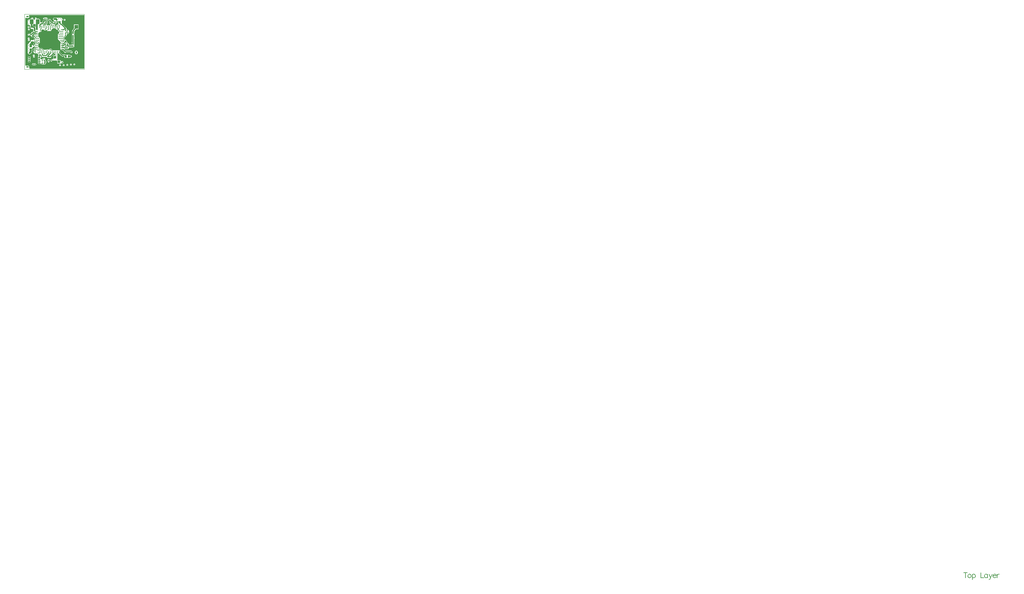
<source format=gtl>
G04*
G04 #@! TF.GenerationSoftware,Altium Limited,Altium Designer,22.4.2 (48)*
G04*
G04 Layer_Physical_Order=1*
G04 Layer_Color=255*
%FSLAX24Y24*%
%MOIN*%
G70*
G04*
G04 #@! TF.SameCoordinates,09D1A8E4-E44A-436B-8A94-970E0EB30887*
G04*
G04*
G04 #@! TF.FilePolarity,Positive*
G04*
G01*
G75*
%ADD14C,0.0059*%
%ADD15C,0.0039*%
G04:AMPARAMS|DCode=20|XSize=10.8mil|YSize=11.8mil|CornerRadius=2.7mil|HoleSize=0mil|Usage=FLASHONLY|Rotation=270.000|XOffset=0mil|YOffset=0mil|HoleType=Round|Shape=RoundedRectangle|*
%AMROUNDEDRECTD20*
21,1,0.0108,0.0064,0,0,270.0*
21,1,0.0054,0.0118,0,0,270.0*
1,1,0.0054,-0.0032,-0.0027*
1,1,0.0054,-0.0032,0.0027*
1,1,0.0054,0.0032,0.0027*
1,1,0.0054,0.0032,-0.0027*
%
%ADD20ROUNDEDRECTD20*%
G04:AMPARAMS|DCode=21|XSize=10.8mil|YSize=11.8mil|CornerRadius=2.7mil|HoleSize=0mil|Usage=FLASHONLY|Rotation=180.000|XOffset=0mil|YOffset=0mil|HoleType=Round|Shape=RoundedRectangle|*
%AMROUNDEDRECTD21*
21,1,0.0108,0.0064,0,0,180.0*
21,1,0.0054,0.0118,0,0,180.0*
1,1,0.0054,-0.0027,0.0032*
1,1,0.0054,0.0027,0.0032*
1,1,0.0054,0.0027,-0.0032*
1,1,0.0054,-0.0027,-0.0032*
%
%ADD21ROUNDEDRECTD21*%
G04:AMPARAMS|DCode=22|XSize=21.7mil|YSize=23.6mil|CornerRadius=5.4mil|HoleSize=0mil|Usage=FLASHONLY|Rotation=180.000|XOffset=0mil|YOffset=0mil|HoleType=Round|Shape=RoundedRectangle|*
%AMROUNDEDRECTD22*
21,1,0.0217,0.0128,0,0,180.0*
21,1,0.0108,0.0236,0,0,180.0*
1,1,0.0108,-0.0054,0.0064*
1,1,0.0108,0.0054,0.0064*
1,1,0.0108,0.0054,-0.0064*
1,1,0.0108,-0.0054,-0.0064*
%
%ADD22ROUNDEDRECTD22*%
G04:AMPARAMS|DCode=23|XSize=21.7mil|YSize=23.6mil|CornerRadius=5.4mil|HoleSize=0mil|Usage=FLASHONLY|Rotation=270.000|XOffset=0mil|YOffset=0mil|HoleType=Round|Shape=RoundedRectangle|*
%AMROUNDEDRECTD23*
21,1,0.0217,0.0128,0,0,270.0*
21,1,0.0108,0.0236,0,0,270.0*
1,1,0.0108,-0.0064,-0.0054*
1,1,0.0108,-0.0064,0.0054*
1,1,0.0108,0.0064,0.0054*
1,1,0.0108,0.0064,-0.0054*
%
%ADD23ROUNDEDRECTD23*%
%ADD24R,0.0413X0.0866*%
%ADD25R,0.0394X0.0413*%
G04:AMPARAMS|DCode=26|XSize=55.1mil|YSize=43.3mil|CornerRadius=10.8mil|HoleSize=0mil|Usage=FLASHONLY|Rotation=270.000|XOffset=0mil|YOffset=0mil|HoleType=Round|Shape=RoundedRectangle|*
%AMROUNDEDRECTD26*
21,1,0.0551,0.0217,0,0,270.0*
21,1,0.0335,0.0433,0,0,270.0*
1,1,0.0217,-0.0108,-0.0167*
1,1,0.0217,-0.0108,0.0167*
1,1,0.0217,0.0108,0.0167*
1,1,0.0217,0.0108,-0.0167*
%
%ADD26ROUNDEDRECTD26*%
%ADD29R,0.0295X0.0295*%
%ADD43C,0.0119*%
%ADD44C,0.0119*%
%ADD45R,0.1772X0.1772*%
%ADD46O,0.0098X0.0276*%
%ADD47O,0.0276X0.0098*%
%ADD48R,0.0197X0.0118*%
%ADD49R,0.0512X0.0591*%
%ADD50C,0.0160*%
%ADD51C,0.0100*%
%ADD52C,0.0060*%
%ADD53C,0.0040*%
%ADD54C,0.0120*%
%ADD55C,0.0200*%
%ADD56C,0.0140*%
%ADD57O,0.0276X0.0118*%
%ADD58O,0.0118X0.0276*%
%ADD59C,0.0120*%
%ADD60C,0.0140*%
%ADD61C,0.0160*%
G36*
X6584Y5042D02*
X6584Y4700D01*
X6584Y140D01*
X6539Y80D01*
X564Y80D01*
X564Y80D01*
X564Y80D01*
X516Y128D01*
X516Y205D01*
X516Y256D01*
X516Y256D01*
X516Y266D01*
X516Y266D01*
X516Y266D01*
X509Y288D01*
X504Y314D01*
X501Y319D01*
X472Y363D01*
X423Y396D01*
X365Y407D01*
X157Y407D01*
X80Y484D01*
X80Y5676D01*
X124Y5720D01*
X159Y5720D01*
X209Y5687D01*
X266Y5676D01*
X365Y5676D01*
X423Y5687D01*
X472Y5720D01*
X504Y5769D01*
X516Y5827D01*
X504Y5885D01*
X494Y5900D01*
X494Y5980D01*
X536Y6022D01*
X6584Y6022D01*
X6584Y5042D01*
X6584Y5042D02*
G37*
%LPC*%
G36*
X850Y5752D02*
X811Y5744D01*
X778Y5722D01*
X756Y5689D01*
X748Y5650D01*
X748Y5649D01*
X704Y5589D01*
X687Y5589D01*
X629Y5578D01*
X580Y5545D01*
X567Y5526D01*
X540Y5498D01*
X495Y5508D01*
X456Y5515D01*
X417Y5508D01*
X384Y5486D01*
X362Y5452D01*
X354Y5413D01*
X354Y5413D01*
X354Y4978D01*
X414Y4918D01*
X546Y4918D01*
X634Y4830D01*
X634Y4755D01*
X643Y4708D01*
X644Y4707D01*
X644Y4653D01*
X651Y4616D01*
X672Y4585D01*
X694Y4571D01*
X694Y4460D01*
X914Y4460D01*
X962Y4430D01*
X962Y4300D01*
X971Y4253D01*
X973Y4250D01*
X973Y4250D01*
X966Y4197D01*
X934Y4150D01*
X880Y4150D01*
X854Y4145D01*
X832Y4130D01*
X818Y4110D01*
X754Y4110D01*
X754Y4017D01*
X706Y3980D01*
X701Y3983D01*
X654Y3992D01*
X607Y3983D01*
X567Y3957D01*
X565Y3953D01*
X535Y3919D01*
X495Y3933D01*
X456Y3941D01*
X417Y3933D01*
X384Y3911D01*
X362Y3878D01*
X354Y3839D01*
X362Y3800D01*
X384Y3767D01*
X417Y3745D01*
X456Y3737D01*
X495Y3745D01*
X528Y3767D01*
X598Y3763D01*
X607Y3757D01*
X654Y3748D01*
X662Y3749D01*
X714Y3699D01*
X714Y3610D01*
X778Y3610D01*
X792Y3590D01*
X814Y3575D01*
X840Y3570D01*
X894Y3570D01*
X921Y3575D01*
X926Y3578D01*
X974Y3578D01*
X1009Y3585D01*
X1042Y3558D01*
X1045Y3556D01*
X1058Y3509D01*
X1059Y3484D01*
X1057Y3481D01*
X1048Y3467D01*
X1043Y3439D01*
X1043Y3329D01*
X965Y3251D01*
X914Y3230D01*
X857Y3230D01*
X694Y3230D01*
X694Y3119D01*
X672Y3105D01*
X667Y3097D01*
X490Y2920D01*
X358Y2788D01*
X358Y1789D01*
X407Y1740D01*
X408Y1735D01*
X439Y1689D01*
X485Y1658D01*
X540Y1647D01*
X541Y1647D01*
X541Y1647D01*
X596Y1658D01*
X642Y1689D01*
X787Y1833D01*
X787Y1833D01*
X817Y1880D01*
X828Y1934D01*
X828Y2084D01*
X843Y2106D01*
X851Y2143D01*
X851Y2251D01*
X843Y2288D01*
X826Y2314D01*
X831Y2338D01*
X848Y2374D01*
X866Y2374D01*
X937Y2446D01*
X937Y2508D01*
X1057Y2508D01*
X1057Y2519D01*
X1059Y2521D01*
X1117Y2545D01*
X1131Y2536D01*
X1153Y2531D01*
X1180Y2488D01*
X1184Y2470D01*
X1184Y2469D01*
X1177Y2434D01*
X1177Y2434D01*
X1003Y2260D01*
X988Y2237D01*
X982Y2210D01*
X982Y2043D01*
X982Y2042D01*
X960Y2009D01*
X952Y1970D01*
X960Y1931D01*
X982Y1898D01*
X1104Y1776D01*
X1350Y1776D01*
X1418Y1708D01*
X1469Y1708D01*
X1517Y1660D01*
X1517Y1540D01*
X1479Y1496D01*
X1472Y1489D01*
X1472Y999D01*
X1472Y606D01*
X1749Y606D01*
X1749Y606D01*
X1807Y601D01*
X1809Y599D01*
X1855Y580D01*
X1911Y580D01*
X1921Y564D01*
X1943Y550D01*
X1970Y544D01*
X2024Y544D01*
X2050Y550D01*
X2072Y564D01*
X2128Y564D01*
X2150Y550D01*
X2176Y544D01*
X2195Y544D01*
X2203Y543D01*
X2211Y544D01*
X2230Y544D01*
X2256Y550D01*
X2279Y564D01*
X2294Y587D01*
X2295Y592D01*
X2342Y639D01*
X2364Y672D01*
X2372Y711D01*
X2372Y747D01*
X2383Y763D01*
X2392Y810D01*
X2383Y857D01*
X2372Y873D01*
X2372Y933D01*
X2364Y972D01*
X2342Y1005D01*
X2295Y1053D01*
X2294Y1058D01*
X2279Y1080D01*
X2264Y1121D01*
X2272Y1160D01*
X2264Y1199D01*
X2242Y1232D01*
X2209Y1254D01*
X2170Y1262D01*
X2131Y1254D01*
X2098Y1232D01*
X2093Y1225D01*
X2064Y1225D01*
X2018Y1206D01*
X1953Y1141D01*
X1930Y1118D01*
X1821Y1118D01*
X1749Y1190D01*
X1749Y1274D01*
X1809Y1318D01*
X1810Y1318D01*
X1849Y1326D01*
X1882Y1348D01*
X1898Y1372D01*
X1958Y1370D01*
X1958Y1370D01*
X2078Y1370D01*
X2078Y1370D01*
X2159Y1370D01*
X2159Y1370D01*
X2279Y1370D01*
X2279Y1370D01*
X2447Y1370D01*
X2462Y1348D01*
X2483Y1334D01*
X2483Y1270D01*
X2543Y1270D01*
X2543Y1270D01*
X2920Y1270D01*
X2920Y1270D01*
X2920Y1334D01*
X2940Y1348D01*
X2955Y1370D01*
X2960Y1396D01*
X2960Y1410D01*
X3311Y1761D01*
X3362Y1734D01*
X3378Y1723D01*
X3378Y1525D01*
X3178Y1525D01*
X3178Y1222D01*
X3050Y1094D01*
X3040Y1095D01*
X3018Y1110D01*
X2992Y1115D01*
X2928Y1115D01*
X2901Y1110D01*
X2879Y1095D01*
X2864Y1073D01*
X2859Y1046D01*
X2859Y992D01*
X2864Y966D01*
X2879Y944D01*
X2900Y930D01*
X2900Y866D01*
X3020Y866D01*
X3020Y930D01*
X3040Y944D01*
X3047Y954D01*
X3067Y954D01*
X3113Y973D01*
X3533Y973D01*
X3536Y977D01*
X3611Y902D01*
X3611Y638D01*
X3986Y638D01*
X4024Y676D01*
X4131Y676D01*
X4157Y670D01*
X4221Y670D01*
X4247Y676D01*
X4269Y690D01*
X4284Y713D01*
X4289Y739D01*
X4289Y793D01*
X4284Y819D01*
X4269Y841D01*
X4249Y855D01*
X4249Y919D01*
X4129Y919D01*
X4129Y919D01*
X4129Y919D01*
X4015Y919D01*
X3986Y948D01*
X3986Y1014D01*
X3683Y1014D01*
X3647Y1050D01*
X3647Y1719D01*
X3684Y1756D01*
X3704Y1769D01*
X3772Y1769D01*
X3802Y1750D01*
X3813Y1748D01*
X4082Y1478D01*
X4112Y1459D01*
X4140Y1453D01*
X4140Y1390D01*
X4260Y1390D01*
X4260Y1452D01*
X4393Y1452D01*
X4393Y1376D01*
X4400Y1339D01*
X4421Y1308D01*
X4452Y1287D01*
X4489Y1280D01*
X4597Y1280D01*
X4634Y1287D01*
X4806Y1287D01*
X4843Y1280D01*
X4951Y1280D01*
X4988Y1287D01*
X5019Y1308D01*
X5028Y1322D01*
X5053Y1327D01*
X5100Y1318D01*
X5147Y1327D01*
X5187Y1353D01*
X5213Y1393D01*
X5222Y1440D01*
X5213Y1487D01*
X5187Y1527D01*
X5147Y1553D01*
X5100Y1562D01*
X5053Y1553D01*
X5028Y1558D01*
X5019Y1572D01*
X4988Y1593D01*
X4951Y1600D01*
X4520Y1600D01*
X4512Y1608D01*
X4482Y1628D01*
X4447Y1635D01*
X4251Y1635D01*
X4232Y1639D01*
X4181Y1639D01*
X3928Y1891D01*
X3928Y1922D01*
X3928Y1926D01*
X3928Y2011D01*
X3921Y2046D01*
X3915Y2055D01*
X3901Y2075D01*
X3874Y2102D01*
X3852Y2102D01*
X3640Y2102D01*
X3640Y2102D01*
X3640Y2102D01*
X3428Y2102D01*
X3127Y2102D01*
X2967Y2262D01*
X2790Y2262D01*
X2751Y2254D01*
X2718Y2232D01*
X2696Y2199D01*
X2688Y2160D01*
X2629Y2148D01*
X2612Y2146D01*
X2606Y2152D01*
X2604Y2159D01*
X2582Y2192D01*
X2549Y2214D01*
X2510Y2222D01*
X2468Y2222D01*
X2406Y2160D01*
X2197Y2160D01*
X2197Y2160D01*
X2197Y2160D01*
X2121Y2160D01*
X2120Y2161D01*
X1970Y2311D01*
X1947Y2326D01*
X1920Y2332D01*
X1689Y2332D01*
X1640Y2358D01*
X1640Y2358D01*
X1568Y2430D01*
X1545Y2453D01*
X1529Y2474D01*
X1529Y2596D01*
X1536Y2631D01*
X1529Y2666D01*
X1529Y2793D01*
X1533Y2812D01*
X1611Y2890D01*
X1639Y2896D01*
X1672Y2918D01*
X1694Y2951D01*
X1702Y2990D01*
X1702Y3452D01*
X1539Y3615D01*
X1536Y3615D01*
X1536Y4009D01*
X1655Y4128D01*
X1764Y4128D01*
X1803Y4136D01*
X1836Y4158D01*
X1858Y4191D01*
X1866Y4230D01*
X1858Y4269D01*
X1838Y4300D01*
X1850Y4356D01*
X1904Y4410D01*
X2106Y4410D01*
X2208Y4308D01*
X2292Y4308D01*
X2348Y4364D01*
X2370Y4370D01*
X2412Y4377D01*
X2452Y4352D01*
X2466Y4335D01*
X2466Y4335D01*
X2471Y4327D01*
X2476Y4301D01*
X2498Y4268D01*
X2531Y4246D01*
X2570Y4238D01*
X2882Y4238D01*
X2932Y4288D01*
X2954Y4321D01*
X2962Y4360D01*
X3140Y4538D01*
X3425Y4538D01*
X3479Y4484D01*
X3486Y4451D01*
X3508Y4418D01*
X3541Y4396D01*
X3580Y4388D01*
X3619Y4396D01*
X3652Y4418D01*
X3674Y4451D01*
X3682Y4490D01*
X3682Y4491D01*
X3690Y4499D01*
X3706Y4522D01*
X3711Y4550D01*
X3771Y4559D01*
X3819Y4521D01*
X3819Y4444D01*
X3780Y4412D01*
X3741Y4404D01*
X3708Y4382D01*
X3686Y4349D01*
X3678Y4310D01*
X3686Y4271D01*
X3708Y4238D01*
X3741Y4216D01*
X3780Y4208D01*
X3781Y4208D01*
X3834Y4155D01*
X3834Y4025D01*
X3828Y3997D01*
X3787Y3956D01*
X3781Y3957D01*
X3742Y3950D01*
X3708Y3927D01*
X3686Y3894D01*
X3679Y3855D01*
X3680Y3849D01*
X3678Y3847D01*
X3678Y3349D01*
X3846Y3181D01*
X3868Y3148D01*
X3901Y3126D01*
X3977Y3050D01*
X3972Y3025D01*
X3979Y2990D01*
X3999Y2960D01*
X3999Y2944D01*
X3998Y2931D01*
X3984Y2878D01*
X3952Y2845D01*
X3952Y2832D01*
X3952Y2631D01*
X3952Y2631D01*
X3952Y2631D01*
X3952Y2258D01*
X3972Y2237D01*
X3979Y2203D01*
X3979Y2203D01*
X3999Y2173D01*
X4028Y2153D01*
X4063Y2146D01*
X4148Y2146D01*
X4152Y2146D01*
X4175Y2146D01*
X4388Y1932D01*
X4391Y1920D01*
X4405Y1898D01*
X4426Y1884D01*
X4426Y1820D01*
X4546Y1820D01*
X4546Y1882D01*
X5057Y1882D01*
X5080Y1847D01*
X5120Y1820D01*
X5167Y1811D01*
X5214Y1820D01*
X5253Y1847D01*
X5280Y1886D01*
X5289Y1933D01*
X5280Y1980D01*
X5253Y2020D01*
X5214Y2046D01*
X5167Y2056D01*
X5166Y2055D01*
X5162Y2058D01*
X5127Y2065D01*
X4536Y2065D01*
X4518Y2069D01*
X4511Y2069D01*
X4392Y2187D01*
X4419Y2243D01*
X4475Y2245D01*
X4770Y2245D01*
X4800Y2251D01*
X4802Y2251D01*
X4836Y2258D01*
X4865Y2277D01*
X4884Y2306D01*
X4891Y2340D01*
X4891Y2362D01*
X4892Y2367D01*
X4891Y2373D01*
X4891Y2394D01*
X4935Y2452D01*
X5079Y2452D01*
X5079Y2421D01*
X5199Y2421D01*
X5199Y2452D01*
X5361Y2452D01*
X5391Y2458D01*
X5393Y2458D01*
X5427Y2465D01*
X5456Y2484D01*
X5475Y2513D01*
X5482Y2547D01*
X5482Y2568D01*
X5483Y2574D01*
X5482Y2579D01*
X5482Y2775D01*
X5483Y2781D01*
X5483Y3287D01*
X5483Y3290D01*
X5483Y3293D01*
X5483Y3390D01*
X5514Y3450D01*
X5514Y3450D01*
X5514Y3570D01*
X5483Y3570D01*
X5483Y3753D01*
X5481Y3758D01*
X5481Y3780D01*
X5475Y3814D01*
X5460Y3856D01*
X5475Y3898D01*
X5481Y3932D01*
X5481Y3954D01*
X5483Y3959D01*
X5483Y4109D01*
X5514Y4109D01*
X5514Y4229D01*
X5544Y4277D01*
X5700Y4433D01*
X5963Y4433D01*
X5963Y4966D01*
X5449Y4966D01*
X5449Y4526D01*
X5343Y4420D01*
X5342Y4420D01*
X5286Y4347D01*
X5250Y4261D01*
X5238Y4169D01*
X5239Y4169D01*
X5239Y3959D01*
X5240Y3954D01*
X5240Y3758D01*
X5239Y3753D01*
X5239Y3410D01*
X5239Y3410D01*
X5239Y3410D01*
X5239Y3293D01*
X5238Y3290D01*
X5239Y3287D01*
X5239Y3016D01*
X5207Y3016D01*
X5207Y2896D01*
X5239Y2896D01*
X5239Y2781D01*
X5240Y2775D01*
X5240Y2754D01*
X5196Y2696D01*
X4892Y2696D01*
X4892Y2767D01*
X4886Y2798D01*
X4886Y2829D01*
X4879Y2863D01*
X4860Y2892D01*
X4831Y2911D01*
X4797Y2918D01*
X4752Y2918D01*
X4735Y2930D01*
X4734Y2931D01*
X4707Y2972D01*
X4712Y3000D01*
X4703Y3047D01*
X4677Y3087D01*
X4676Y3087D01*
X4675Y3092D01*
X4655Y3122D01*
X4620Y3157D01*
X4615Y3180D01*
X4600Y3202D01*
X4580Y3216D01*
X4580Y3280D01*
X4460Y3280D01*
X4431Y3328D01*
X4431Y3536D01*
X4558Y3664D01*
X4563Y3665D01*
X4585Y3680D01*
X4599Y3700D01*
X4663Y3700D01*
X4663Y3865D01*
X4690Y3892D01*
X4744Y3892D01*
X4770Y3897D01*
X4792Y3912D01*
X4807Y3934D01*
X4812Y3960D01*
X4812Y3991D01*
X4831Y4010D01*
X4859Y4016D01*
X4892Y4038D01*
X4914Y4071D01*
X4922Y4110D01*
X4922Y4262D01*
X4814Y4370D01*
X4690Y4370D01*
X4677Y4383D01*
X4660Y4440D01*
X4660Y4440D01*
X4660Y4440D01*
X4660Y4560D01*
X4596Y4560D01*
X4586Y4575D01*
X4586Y4576D01*
X4579Y4611D01*
X4559Y4641D01*
X4165Y5035D01*
X4130Y5080D01*
X4130Y5393D01*
X4173Y5436D01*
X4206Y5458D01*
X4228Y5491D01*
X4236Y5499D01*
X4236Y5572D01*
X4094Y5714D01*
X3798Y5709D01*
X3771Y5714D01*
X3739Y5708D01*
X3473Y5703D01*
X3473Y5703D01*
X3473Y5703D01*
X3275Y5703D01*
X3220Y5692D01*
X3174Y5661D01*
X3143Y5615D01*
X3132Y5560D01*
X3143Y5505D01*
X3174Y5459D01*
X3220Y5428D01*
X3249Y5422D01*
X3265Y5360D01*
X3250Y5338D01*
X3245Y5313D01*
X3220Y5263D01*
X3191Y5263D01*
X3100Y5263D01*
X3100Y5263D01*
X3100Y5263D01*
X3059Y5302D01*
X2976Y5385D01*
X2970Y5414D01*
X2946Y5450D01*
X2946Y5450D01*
X2899Y5496D01*
X2899Y5498D01*
X2872Y5538D01*
X2833Y5564D01*
X2786Y5573D01*
X2739Y5564D01*
X2699Y5538D01*
X2673Y5498D01*
X2664Y5451D01*
X2673Y5404D01*
X2699Y5365D01*
X2739Y5338D01*
X2741Y5338D01*
X2744Y5335D01*
X2744Y5072D01*
X2759Y5057D01*
X2774Y5035D01*
X2796Y5020D01*
X2801Y5019D01*
X2842Y4980D01*
X2842Y4914D01*
X2818Y4890D01*
X2788Y4871D01*
X2720Y4871D01*
X2690Y4890D01*
X2656Y4897D01*
X2621Y4890D01*
X2593Y4872D01*
X2591Y4871D01*
X2557Y4871D01*
X2523Y4871D01*
X2521Y4872D01*
X2521Y4872D01*
X2480Y4904D01*
X2470Y4967D01*
X2575Y5072D01*
X2591Y5095D01*
X2596Y5122D01*
X2596Y5560D01*
X2591Y5587D01*
X2591Y5638D01*
X2530Y5699D01*
X2497Y5721D01*
X2458Y5729D01*
X2156Y5729D01*
X2117Y5721D01*
X2084Y5699D01*
X2062Y5666D01*
X2054Y5627D01*
X2062Y5588D01*
X2084Y5555D01*
X2117Y5533D01*
X2156Y5525D01*
X2274Y5525D01*
X2354Y5445D01*
X2354Y5193D01*
X2089Y4929D01*
X2064Y4940D01*
X2055Y4997D01*
X2288Y5230D01*
X2288Y5310D01*
X2280Y5349D01*
X2258Y5382D01*
X2225Y5404D01*
X2186Y5412D01*
X2064Y5412D01*
X2025Y5404D01*
X1992Y5382D01*
X1970Y5349D01*
X1962Y5310D01*
X1962Y5247D01*
X1954Y5190D01*
X1834Y5190D01*
X1834Y5190D01*
X1834Y5190D01*
X1834Y5190D01*
X1783Y5211D01*
X1724Y5270D01*
X1724Y5438D01*
X1713Y5496D01*
X1680Y5545D01*
X1631Y5578D01*
X1573Y5589D01*
X1393Y5589D01*
X1342Y5640D01*
X1334Y5679D01*
X1312Y5712D01*
X1279Y5734D01*
X1240Y5742D01*
X1201Y5734D01*
X1168Y5712D01*
X1146Y5679D01*
X1138Y5640D01*
X1146Y5601D01*
X1159Y5581D01*
X1144Y5536D01*
X1133Y5521D01*
X1030Y5521D01*
X1030Y5521D01*
X1030Y5521D01*
X1018Y5536D01*
X1011Y5545D01*
X989Y5559D01*
X961Y5578D01*
X950Y5641D01*
X952Y5650D01*
X944Y5689D01*
X922Y5722D01*
X889Y5744D01*
X850Y5752D01*
X850Y5752D02*
G37*
G36*
X4414Y5592D02*
X4375Y5584D01*
X4342Y5562D01*
X4320Y5529D01*
X4312Y5490D01*
X4320Y5451D01*
X4342Y5418D01*
X4375Y5396D01*
X4414Y5388D01*
X4453Y5396D01*
X4486Y5418D01*
X4508Y5451D01*
X4516Y5490D01*
X4508Y5529D01*
X4486Y5562D01*
X4453Y5584D01*
X4414Y5592D01*
X4414Y5592D02*
G37*
G36*
X456Y4792D02*
X417Y4784D01*
X384Y4762D01*
X362Y4729D01*
X354Y4690D01*
X362Y4651D01*
X384Y4618D01*
X417Y4596D01*
X456Y4588D01*
X495Y4596D01*
X528Y4618D01*
X550Y4651D01*
X558Y4690D01*
X550Y4729D01*
X528Y4762D01*
X495Y4784D01*
X456Y4792D01*
X456Y4792D02*
G37*
G36*
X474Y4522D02*
X435Y4514D01*
X402Y4492D01*
X380Y4459D01*
X372Y4420D01*
X380Y4381D01*
X402Y4348D01*
X435Y4326D01*
X474Y4318D01*
X513Y4326D01*
X546Y4348D01*
X568Y4381D01*
X576Y4420D01*
X568Y4459D01*
X546Y4492D01*
X513Y4514D01*
X474Y4522D01*
X474Y4522D02*
G37*
G36*
X460Y3542D02*
X421Y3534D01*
X388Y3512D01*
X366Y3479D01*
X358Y3440D01*
X366Y3401D01*
X386Y3371D01*
X388Y3368D01*
X398Y3312D01*
X376Y3279D01*
X368Y3240D01*
X376Y3201D01*
X398Y3168D01*
X431Y3146D01*
X470Y3138D01*
X509Y3146D01*
X542Y3168D01*
X564Y3201D01*
X572Y3240D01*
X564Y3279D01*
X544Y3309D01*
X542Y3312D01*
X532Y3368D01*
X554Y3401D01*
X562Y3440D01*
X554Y3479D01*
X532Y3512D01*
X499Y3534D01*
X460Y3542D01*
X460Y3542D02*
G37*
G36*
X5721Y2070D02*
X5663Y2059D01*
X5614Y2026D01*
X5581Y1977D01*
X5569Y1919D01*
X5569Y1821D01*
X5581Y1763D01*
X5614Y1714D01*
X5663Y1681D01*
X5721Y1670D01*
X5779Y1681D01*
X5828Y1714D01*
X5860Y1763D01*
X5872Y1821D01*
X5872Y1919D01*
X5860Y1977D01*
X5828Y2026D01*
X5779Y2059D01*
X5721Y2070D01*
X5721Y2070D02*
G37*
G36*
X1010Y1662D02*
X971Y1654D01*
X938Y1632D01*
X916Y1599D01*
X908Y1560D01*
X916Y1521D01*
X938Y1488D01*
X966Y1469D01*
X946Y1439D01*
X938Y1400D01*
X946Y1361D01*
X968Y1328D01*
X1001Y1306D01*
X1040Y1298D01*
X1079Y1306D01*
X1112Y1328D01*
X1134Y1361D01*
X1142Y1400D01*
X1134Y1439D01*
X1112Y1472D01*
X1084Y1491D01*
X1104Y1521D01*
X1112Y1560D01*
X1104Y1599D01*
X1082Y1632D01*
X1049Y1654D01*
X1010Y1662D01*
X1010Y1662D02*
G37*
G36*
X648Y1394D02*
X371Y1394D01*
X371Y1196D01*
X371Y803D01*
X648Y803D01*
X648Y1196D01*
X648Y1394D01*
X648Y1394D02*
G37*
G36*
X2652Y1152D02*
X2613Y1144D01*
X2580Y1122D01*
X2558Y1089D01*
X2550Y1050D01*
X2558Y1011D01*
X2569Y995D01*
X2557Y977D01*
X2552Y951D01*
X2552Y897D01*
X2557Y870D01*
X2572Y848D01*
X2592Y835D01*
X2592Y770D01*
X2712Y770D01*
X2712Y835D01*
X2732Y848D01*
X2747Y870D01*
X2752Y897D01*
X2752Y951D01*
X2747Y977D01*
X2735Y995D01*
X2746Y1011D01*
X2754Y1050D01*
X2746Y1089D01*
X2724Y1122D01*
X2691Y1144D01*
X2652Y1152D01*
X2652Y1152D02*
G37*
G36*
X1149Y667D02*
X1102Y658D01*
X1096Y654D01*
X1051Y636D01*
X1005Y654D01*
X999Y658D01*
X952Y667D01*
X905Y658D01*
X866Y632D01*
X839Y592D01*
X830Y545D01*
X839Y498D01*
X866Y459D01*
X905Y432D01*
X952Y423D01*
X999Y432D01*
X1005Y436D01*
X1051Y454D01*
X1096Y436D01*
X1102Y432D01*
X1149Y423D01*
X1196Y432D01*
X1235Y459D01*
X1262Y498D01*
X1271Y545D01*
X1262Y592D01*
X1235Y632D01*
X1196Y658D01*
X1149Y667D01*
X1149Y667D02*
G37*
G36*
X5500Y652D02*
X5461Y644D01*
X5428Y622D01*
X5406Y589D01*
X5398Y550D01*
X5406Y511D01*
X5428Y478D01*
X5461Y456D01*
X5500Y448D01*
X5539Y456D01*
X5572Y478D01*
X5594Y511D01*
X5602Y550D01*
X5594Y589D01*
X5572Y622D01*
X5539Y644D01*
X5500Y652D01*
X5500Y652D02*
G37*
G36*
X5130Y642D02*
X5091Y634D01*
X5058Y612D01*
X5036Y579D01*
X5028Y540D01*
X5036Y501D01*
X5058Y468D01*
X5091Y446D01*
X5130Y438D01*
X5169Y446D01*
X5202Y468D01*
X5224Y501D01*
X5232Y540D01*
X5224Y579D01*
X5202Y612D01*
X5169Y634D01*
X5130Y642D01*
X5130Y642D02*
G37*
G36*
X4720Y602D02*
X4681Y594D01*
X4648Y572D01*
X4626Y539D01*
X4618Y500D01*
X4626Y461D01*
X4648Y428D01*
X4681Y406D01*
X4720Y398D01*
X4759Y406D01*
X4792Y428D01*
X4814Y461D01*
X4822Y500D01*
X4814Y539D01*
X4792Y572D01*
X4759Y594D01*
X4720Y602D01*
X4720Y602D02*
G37*
G36*
X4320Y582D02*
X4281Y574D01*
X4248Y552D01*
X4226Y519D01*
X4218Y480D01*
X4226Y441D01*
X4248Y408D01*
X4281Y386D01*
X4320Y378D01*
X4359Y386D01*
X4392Y408D01*
X4414Y441D01*
X4422Y480D01*
X4414Y519D01*
X4392Y552D01*
X4359Y574D01*
X4320Y582D01*
X4320Y582D02*
G37*
G36*
X3930Y567D02*
X3891Y559D01*
X3858Y537D01*
X3836Y504D01*
X3828Y465D01*
X3836Y426D01*
X3858Y393D01*
X3891Y371D01*
X3930Y363D01*
X3969Y371D01*
X4002Y393D01*
X4024Y426D01*
X4032Y465D01*
X4024Y504D01*
X4002Y537D01*
X3969Y559D01*
X3930Y567D01*
X3930Y567D02*
G37*
%LPD*%
G36*
X3733Y5126D02*
X3740Y5089D01*
X3741Y5089D01*
X3740Y5088D01*
X3710Y5026D01*
X3701Y5024D01*
X3668Y5002D01*
X3646Y4969D01*
X3638Y4930D01*
X3605Y4890D01*
X3589Y4879D01*
X3575Y4879D01*
X3536Y4887D01*
X3519Y4894D01*
X3507Y4913D01*
X3450Y4970D01*
X3469Y5030D01*
X3493Y5030D01*
X3493Y5124D01*
X3511Y5161D01*
X3541Y5180D01*
X3574Y5180D01*
X3600Y5185D01*
X3605Y5188D01*
X3733Y5188D01*
X3733Y5126D01*
X3733Y5126D02*
G37*
G36*
X1200Y5021D02*
X1217Y5000D01*
X1217Y5000D01*
X1217Y4722D01*
X1209Y4716D01*
X1157Y4700D01*
X1080Y4777D01*
X1041Y4803D01*
X994Y4812D01*
X947Y4812D01*
X936Y4829D01*
X905Y4850D01*
X878Y4855D01*
X878Y4952D01*
X904Y4952D01*
X961Y4964D01*
X1011Y4996D01*
X1017Y5005D01*
X1030Y5021D01*
X1030Y5021D01*
X1200Y5021D01*
X1200Y5021D02*
G37*
G36*
X1165Y2932D02*
X1191Y2873D01*
X1184Y2863D01*
X1177Y2828D01*
X1184Y2793D01*
X1186Y2790D01*
X1180Y2770D01*
X1155Y2729D01*
X1131Y2724D01*
X1077Y2737D01*
X1077Y2738D01*
X1075Y2740D01*
X1075Y2740D01*
X1067Y2748D01*
X1020Y2795D01*
X1020Y2903D01*
X1051Y2933D01*
X1164Y2933D01*
X1165Y2932D01*
X1165Y2932D02*
G37*
G36*
X4616Y2657D02*
X4648Y2633D01*
X4648Y2574D01*
X4649Y2568D01*
X4649Y2547D01*
X4605Y2489D01*
X4428Y2489D01*
X4422Y2491D01*
X4410Y2500D01*
X4410Y2536D01*
X4444Y2582D01*
X4444Y2582D01*
X4485Y2626D01*
X4514Y2654D01*
X4563Y2674D01*
X4616Y2657D01*
X4616Y2657D02*
G37*
G36*
X935Y3090D02*
X960Y3065D01*
X962Y3039D01*
X957Y3012D01*
X934Y2989D01*
X907Y2949D01*
X898Y2903D01*
X898Y2795D01*
X907Y2748D01*
X926Y2719D01*
X898Y2690D01*
X840Y2690D01*
X800Y2650D01*
X800Y2490D01*
X790Y2480D01*
X783Y2475D01*
X765Y2464D01*
X764Y2462D01*
X762Y2461D01*
X751Y2444D01*
X586Y2444D01*
X559Y2471D01*
X559Y2645D01*
X562Y2660D01*
X559Y2675D01*
X559Y2816D01*
X753Y3010D01*
X755Y3013D01*
X762Y3018D01*
X770Y3026D01*
X780Y3033D01*
X787Y3043D01*
X796Y3051D01*
X800Y3063D01*
X807Y3073D01*
X809Y3084D01*
X812Y3090D01*
X851Y3090D01*
X935Y3090D01*
X935Y3090D02*
G37*
D14*
X103952Y-55679D02*
X103952Y-56269D01*
X103755Y-55679D02*
X104149Y-55679D01*
X104359Y-55876D02*
X104303Y-55904D01*
X104247Y-55960D01*
X104219Y-56044D01*
X104219Y-56101D01*
X104247Y-56185D01*
X104303Y-56241D01*
X104359Y-56269D01*
X104444Y-56269D01*
X104500Y-56241D01*
X104556Y-56185D01*
X104584Y-56101D01*
X104584Y-56044D01*
X104556Y-55960D01*
X104500Y-55904D01*
X104444Y-55876D01*
X104359Y-55876D01*
X104714Y-55876D02*
X104714Y-56466D01*
X104714Y-55960D02*
X104770Y-55904D01*
X104826Y-55876D01*
X104910Y-55876D01*
X104967Y-55904D01*
X105023Y-55960D01*
X105051Y-56044D01*
X105051Y-56101D01*
X105023Y-56185D01*
X104967Y-56241D01*
X104910Y-56269D01*
X104826Y-56269D01*
X104770Y-56241D01*
X104714Y-56185D01*
X105641Y-55679D02*
X105641Y-56269D01*
X105979Y-56269D01*
X106381Y-55876D02*
X106381Y-56269D01*
X106381Y-55960D02*
X106325Y-55904D01*
X106268Y-55876D01*
X106184Y-55876D01*
X106128Y-55904D01*
X106072Y-55960D01*
X106043Y-56044D01*
X106043Y-56101D01*
X106072Y-56185D01*
X106128Y-56241D01*
X106184Y-56269D01*
X106268Y-56269D01*
X106325Y-56241D01*
X106381Y-56185D01*
X106566Y-55876D02*
X106735Y-56269D01*
X106904Y-55876D02*
X106735Y-56269D01*
X106679Y-56382D01*
X106623Y-56438D01*
X106566Y-56466D01*
X106538Y-56466D01*
X107002Y-56044D02*
X107340Y-56044D01*
X107340Y-55988D01*
X107311Y-55932D01*
X107283Y-55904D01*
X107227Y-55876D01*
X107143Y-55876D01*
X107087Y-55904D01*
X107030Y-55960D01*
X107002Y-56044D01*
X107002Y-56101D01*
X107030Y-56185D01*
X107087Y-56241D01*
X107143Y-56269D01*
X107227Y-56269D01*
X107283Y-56241D01*
X107340Y-56185D01*
X107466Y-55876D02*
X107466Y-56269D01*
X107466Y-56044D02*
X107494Y-55960D01*
X107550Y-55904D01*
X107607Y-55876D01*
X107691Y-55876D01*
D15*
X0Y0D02*
X0Y6102D01*
X0Y0D02*
X6600Y0D01*
X6600Y6102D01*
X0Y6102D02*
X6600Y6102D01*
D20*
X3160Y5110D02*
D03*
X3160Y5317D02*
D03*
X1894Y5037D02*
D03*
X1894Y5243D02*
D03*
X997Y2662D02*
D03*
X997Y2455D02*
D03*
X2219Y1523D02*
D03*
X2219Y1317D02*
D03*
X2018Y1523D02*
D03*
X2018Y1317D02*
D03*
X4200Y1543D02*
D03*
X4200Y1337D02*
D03*
X2543Y1423D02*
D03*
X2543Y1217D02*
D03*
X2860Y1423D02*
D03*
X2860Y1217D02*
D03*
X4486Y1973D02*
D03*
X4486Y1767D02*
D03*
X4520Y3127D02*
D03*
X4520Y3333D02*
D03*
X4770Y2367D02*
D03*
X4770Y2574D02*
D03*
X5139Y2574D02*
D03*
X5139Y2367D02*
D03*
X2960Y1019D02*
D03*
X2960Y813D02*
D03*
X4189Y766D02*
D03*
X4189Y973D02*
D03*
X3547Y5487D02*
D03*
X3547Y5280D02*
D03*
X5361Y2781D02*
D03*
X5361Y2574D02*
D03*
X5361Y3959D02*
D03*
X5361Y3753D02*
D03*
X2854Y5317D02*
D03*
X2854Y5110D02*
D03*
X2652Y924D02*
D03*
X2652Y717D02*
D03*
D21*
X3340Y5090D02*
D03*
X3547Y5090D02*
D03*
X907Y4050D02*
D03*
X701Y4050D02*
D03*
X4507Y4500D02*
D03*
X4713Y4500D02*
D03*
X867Y3670D02*
D03*
X661Y3670D02*
D03*
X4510Y3760D02*
D03*
X4717Y3760D02*
D03*
X5361Y2956D02*
D03*
X5154Y2956D02*
D03*
X4563Y2797D02*
D03*
X4770Y2797D02*
D03*
X5361Y3510D02*
D03*
X5567Y3510D02*
D03*
X1670Y1600D02*
D03*
X1463Y1600D02*
D03*
X5567Y4169D02*
D03*
X5361Y4169D02*
D03*
X3547Y5280D02*
D03*
X3340Y5280D02*
D03*
X4510Y4270D02*
D03*
X4717Y4270D02*
D03*
X4510Y3992D02*
D03*
X4717Y3992D02*
D03*
X2203Y1000D02*
D03*
X1997Y1000D02*
D03*
X2203Y645D02*
D03*
X1997Y645D02*
D03*
D22*
X3883Y5190D02*
D03*
X4237Y5190D02*
D03*
X4543Y1440D02*
D03*
X4897Y1440D02*
D03*
D23*
X804Y2983D02*
D03*
X804Y3337D02*
D03*
X804Y4707D02*
D03*
X804Y4353D02*
D03*
X691Y2552D02*
D03*
X691Y2197D02*
D03*
D24*
X5125Y5300D02*
D03*
X6287Y5300D02*
D03*
D25*
X5706Y4700D02*
D03*
D26*
X795Y5271D02*
D03*
X1465Y5271D02*
D03*
D29*
X3799Y1338D02*
D03*
X3799Y826D02*
D03*
X3366Y826D02*
D03*
X3366Y1338D02*
D03*
D43*
X4563Y2797D02*
G03*
X4427Y2741I0J-193D01*
G01*
X4262Y2631D02*
G03*
X4356Y2670I0J133D01*
G01*
X4340Y2400D02*
G03*
X4419Y2367I79J79D01*
G01*
X4340Y2400D02*
G03*
X4257Y2434I-83J-83D01*
G01*
X5429Y4334D02*
G03*
X5361Y4169I164J-164D01*
G01*
X5361Y3290D02*
X5361Y3410D01*
X5361Y3410D02*
X5361Y3410D01*
X4427Y2741D02*
X4427Y2741D01*
X4427Y2741D01*
X4427Y2741D02*
X4427Y2741D01*
X4356Y2670D02*
X4427Y2741D01*
X4152Y2631D02*
X4262Y2631D01*
X4419Y2367D02*
X4770Y2367D01*
X4152Y2434D02*
X4257Y2434D01*
X5785Y4690D02*
X5785Y4700D01*
X5429Y4334D02*
X5785Y4690D01*
X5361Y3959D02*
X5361Y4169D01*
X5361Y3410D02*
X5361Y3753D01*
X5361Y2976D02*
X5361Y3290D01*
X5361Y2781D02*
X5361Y2976D01*
X4770Y2574D02*
X5139Y2574D01*
X5361Y2574D01*
X4770Y2574D02*
X4770Y2767D01*
D44*
X4427Y2741D02*
D03*
D45*
X2754Y3320D02*
D03*
D46*
X1671Y4718D02*
D03*
X1868Y4718D02*
D03*
X2065Y4718D02*
D03*
X2262Y4718D02*
D03*
X2459Y4718D02*
D03*
X2656Y4718D02*
D03*
X2852Y4718D02*
D03*
X3049Y4718D02*
D03*
X3246Y4718D02*
D03*
X3443Y4718D02*
D03*
X3640Y4718D02*
D03*
X3837Y4718D02*
D03*
X3837Y1922D02*
D03*
X3640Y1922D02*
D03*
X3443Y1922D02*
D03*
X3246Y1922D02*
D03*
X3049Y1922D02*
D03*
X2852Y1922D02*
D03*
X2656Y1922D02*
D03*
X2459Y1922D02*
D03*
X2262Y1922D02*
D03*
X2065Y1922D02*
D03*
X1868Y1922D02*
D03*
X1671Y1922D02*
D03*
D47*
X4152Y4403D02*
D03*
X4152Y4206D02*
D03*
X4152Y4009D02*
D03*
X4152Y3812D02*
D03*
X4152Y3615D02*
D03*
X4152Y3418D02*
D03*
X4152Y3222D02*
D03*
X4152Y3025D02*
D03*
X4152Y2828D02*
D03*
X4152Y2631D02*
D03*
X4152Y2434D02*
D03*
X4152Y2237D02*
D03*
X1356Y2237D02*
D03*
X1356Y2434D02*
D03*
X1356Y2631D02*
D03*
X1356Y2828D02*
D03*
X1356Y3025D02*
D03*
X1356Y3222D02*
D03*
X1356Y3418D02*
D03*
X1356Y3615D02*
D03*
X1356Y3812D02*
D03*
X1356Y4009D02*
D03*
X1356Y4206D02*
D03*
X1356Y4403D02*
D03*
D48*
X1610Y705D02*
D03*
X1610Y902D02*
D03*
X1610Y1098D02*
D03*
X1610Y1295D02*
D03*
X509Y705D02*
D03*
X509Y902D02*
D03*
X509Y1098D02*
D03*
X509Y1295D02*
D03*
D49*
X1060Y1000D02*
D03*
D50*
X756Y4755D02*
X756Y5271D01*
X1084Y4300D02*
X1084Y4600D01*
X821Y4690D02*
X994Y4690D01*
X804Y4707D02*
X821Y4690D01*
X994Y4690D02*
X1084Y4600D01*
X756Y4755D02*
X804Y4707D01*
D51*
X2547Y1413D02*
X2547Y1499D01*
X4494Y4513D02*
X4494Y4576D01*
X4494Y4513D02*
X4507Y4500D01*
X4060Y5010D02*
X4494Y4576D01*
X3344Y4946D02*
X3344Y5090D01*
X928Y2770D02*
X928Y2941D01*
X928Y2757D02*
X1010Y2675D01*
X671Y2552D02*
X671Y2770D01*
X1013Y3025D02*
X1356Y3025D01*
X928Y2941D02*
X1013Y3025D01*
X1137Y4113D02*
X1230Y4206D01*
X1029Y4113D02*
X1137Y4113D01*
X966Y4050D02*
X1029Y4113D01*
X907Y4050D02*
X966Y4050D01*
X1231Y4009D02*
X1356Y4009D01*
X1194Y3971D02*
X1231Y4009D01*
X1085Y3971D02*
X1194Y3971D01*
X867Y3753D02*
X1085Y3971D01*
X974Y3670D02*
X1014Y3710D01*
X1034Y3710D01*
X3980Y5010D02*
X4060Y5010D01*
X4590Y3000D02*
X4590Y3057D01*
X4508Y4272D02*
X4508Y4498D01*
X4508Y4272D02*
X4510Y4270D01*
X1672Y4805D02*
X1672Y4878D01*
X1671Y4805D02*
X1672Y4805D01*
X1672Y4718D02*
X1672Y4805D01*
X1671Y4718D02*
X1671Y4805D01*
X1671Y4718D02*
X1672Y4718D01*
X1230Y4206D02*
X1356Y4206D01*
X654Y3870D02*
X745Y3870D01*
X867Y3670D02*
X867Y3753D01*
X745Y3870D02*
X907Y4032D01*
X3106Y5110D02*
X3160Y5110D01*
X3336Y5110D01*
X3883Y5198D02*
X3883Y5220D01*
X3883Y5190D02*
X3883Y5198D01*
X3800Y5280D02*
X3883Y5198D01*
X3547Y5280D02*
X3800Y5280D01*
X3340Y5106D02*
X3340Y5280D01*
X3340Y5090D02*
X3340Y5106D01*
X867Y3670D02*
X974Y3670D01*
X1034Y3710D02*
X1114Y3630D01*
X907Y4032D02*
X907Y4050D01*
X3344Y4946D02*
X3442Y4848D01*
X5127Y1973D02*
X5167Y1933D01*
X4486Y1973D02*
X5127Y1973D01*
X2656Y1834D02*
X2656Y1922D01*
X2345Y1523D02*
X2656Y1834D01*
X2219Y1523D02*
X2345Y1523D01*
X2547Y1499D02*
X2852Y1804D01*
X2852Y1922D01*
X2018Y1523D02*
X2219Y1523D01*
X2869Y1427D02*
X2869Y1449D01*
X4147Y1543D02*
X4200Y1543D01*
X3837Y1853D02*
X4147Y1543D01*
X3837Y1853D02*
X3837Y1922D01*
X1610Y1536D02*
X1670Y1595D01*
X1610Y1295D02*
X1610Y1536D01*
X1806Y1424D02*
X1806Y1554D01*
X1760Y1600D02*
X1806Y1554D01*
X1670Y1600D02*
X1760Y1600D01*
X4410Y3017D02*
X4520Y3127D01*
X4410Y2964D02*
X4410Y3017D01*
X4520Y3127D02*
X4590Y3057D01*
X4274Y2828D02*
X4410Y2964D01*
X4152Y2828D02*
X4274Y2828D01*
X4543Y1440D02*
X4543Y1448D01*
X4447Y1543D02*
X4543Y1448D01*
X4200Y1543D02*
X4447Y1543D01*
X2860Y1423D02*
X2864Y1423D01*
X2869Y1427D01*
X2869Y1449D02*
X3246Y1826D01*
X3246Y1922D01*
X1806Y1424D02*
X1810Y1420D01*
X2547Y1413D02*
X2701Y1413D01*
X2711Y1423D01*
X1983Y1559D02*
X2018Y1523D01*
X1983Y1559D02*
X1983Y1670D01*
X3442Y4718D02*
X3442Y4848D01*
X3883Y5107D02*
X3980Y5010D01*
X3883Y5107D02*
X3883Y5190D01*
X3442Y4718D02*
X3443Y4718D01*
X4411Y4491D02*
X4503Y4491D01*
X4324Y4403D02*
X4411Y4491D01*
X4152Y4403D02*
X4324Y4403D01*
X4503Y4491D02*
X4507Y4495D01*
X4507Y4500D01*
X4152Y4403D02*
X4152Y4403D01*
X4507Y4500D02*
X4508Y4498D01*
X3823Y5280D02*
X3883Y5220D01*
X4477Y1973D02*
X4486Y1973D01*
X4213Y2237D02*
X4477Y1973D01*
X3336Y5110D02*
X3340Y5106D01*
X4152Y2237D02*
X4213Y2237D01*
X2711Y1423D02*
X2860Y1423D01*
D52*
X3940Y3220D02*
X4152Y3220D01*
X4359Y3144D02*
X4359Y3566D01*
X4240Y3025D02*
X4359Y3144D01*
X1356Y3222D02*
X1590Y3222D01*
X1600Y2980D02*
X1600Y2990D01*
X2790Y2160D02*
X2968Y2160D01*
X4820Y4100D02*
X4820Y4110D01*
X1868Y4552D02*
X1868Y4718D01*
X1764Y4448D02*
X1868Y4552D01*
X1764Y4230D02*
X1764Y4448D01*
X2273Y5627D02*
X2425Y5475D01*
X2156Y5627D02*
X2273Y5627D01*
X2458Y5627D02*
X2525Y5560D01*
X2525Y5122D02*
X2525Y5560D01*
X2262Y4859D02*
X2525Y5122D01*
X2425Y5164D02*
X2425Y5475D01*
X2065Y4804D02*
X2425Y5164D01*
X2262Y4718D02*
X2262Y4859D01*
X4152Y3220D02*
X4190Y3220D01*
X3828Y3808D02*
X4147Y3808D01*
X3781Y3855D02*
X3828Y3808D01*
X4147Y3808D02*
X4152Y3812D01*
X1165Y3820D02*
X1169Y3816D01*
X1114Y3439D02*
X1290Y3615D01*
X1114Y3180D02*
X1114Y3439D01*
X2070Y1922D02*
X2070Y2110D01*
X1524Y2130D02*
X1820Y2130D01*
X1464Y2070D02*
X1524Y2130D01*
X4717Y3997D02*
X4820Y4100D01*
X1169Y3816D02*
X1352Y3816D01*
X1356Y3812D01*
X2065Y4718D02*
X2065Y4804D01*
X2065Y4718D02*
X2065Y4718D01*
X2652Y924D02*
X2652Y1050D01*
X4190Y3220D02*
X4190Y3222D01*
X4510Y3992D02*
X4510Y3997D01*
X4510Y3760D02*
X4510Y3992D01*
X2874Y5110D02*
X2954Y5030D01*
X2954Y4970D02*
X2954Y5030D01*
X2954Y4912D02*
X2954Y4970D01*
X2954Y4912D02*
X3049Y4817D01*
X3049Y4718D02*
X3049Y4817D01*
X1170Y2630D02*
X1171Y2631D01*
X1054Y2210D02*
X1278Y2434D01*
X1054Y1970D02*
X1054Y2210D01*
X1257Y2237D02*
X1356Y2237D01*
X1192Y2172D02*
X1257Y2237D01*
X1192Y1878D02*
X1192Y2172D01*
X1460Y1810D02*
X1470Y1800D01*
X1290Y3615D02*
X1356Y3615D01*
X1365Y3410D02*
X1600Y3410D01*
X1356Y3418D02*
X1365Y3410D01*
X3246Y4718D02*
X3246Y4828D01*
X3134Y4940D02*
X3246Y4828D01*
X3930Y3997D02*
X3942Y4009D01*
X3780Y3620D02*
X4147Y3620D01*
X3812Y3418D02*
X4152Y3418D01*
X3790Y3440D02*
X3812Y3418D01*
X4693Y4246D02*
X4717Y4270D01*
X4693Y4180D02*
X4693Y4246D01*
X4510Y3997D02*
X4693Y4180D01*
X1820Y2130D02*
X1868Y2082D01*
X1594Y2260D02*
X1920Y2260D01*
X1448Y2828D02*
X1600Y2980D01*
X1920Y2260D02*
X2070Y2110D01*
X2968Y2160D02*
X3049Y2079D01*
X3049Y1922D02*
X3049Y2079D01*
X2170Y1690D02*
X2262Y1782D01*
X2459Y4619D02*
X2459Y4718D01*
X2250Y4410D02*
X2459Y4619D01*
X4152Y3025D02*
X4240Y3025D01*
X4359Y3566D02*
X4510Y3717D01*
X4152Y3222D02*
X4190Y3222D01*
X2656Y4426D02*
X2656Y4718D01*
X2570Y4340D02*
X2656Y4426D01*
X3580Y4490D02*
X3640Y4550D01*
X3942Y4009D02*
X4152Y4009D01*
X2459Y2069D02*
X2510Y2120D01*
X2262Y1782D02*
X2262Y1922D01*
X2459Y1922D02*
X2459Y2069D01*
X1470Y1800D02*
X1627Y1800D01*
X1671Y1844D01*
X2852Y4368D02*
X2852Y4718D01*
X2852Y4368D02*
X2860Y4360D01*
X3640Y4550D02*
X3640Y4718D01*
X3884Y4206D02*
X4152Y4206D01*
X3780Y4310D02*
X3884Y4206D01*
X3837Y4718D02*
X3837Y4833D01*
X3740Y4930D02*
X3837Y4833D01*
X4510Y3717D02*
X4510Y3760D01*
X4717Y3992D02*
X4717Y3997D01*
X1356Y2828D02*
X1448Y2828D01*
X4147Y3620D02*
X4152Y3615D01*
X1868Y1922D02*
X1868Y2082D01*
X1278Y2434D02*
X1356Y2434D01*
X1171Y2631D02*
X1356Y2631D01*
X1356Y2631D01*
X1671Y1844D02*
X1671Y1922D01*
D53*
X1610Y695D02*
X1805Y695D01*
X2064Y1160D02*
X2170Y1160D01*
X1994Y1090D02*
X2064Y1160D01*
X1610Y892D02*
X1772Y892D01*
X4084Y766D02*
X4189Y766D01*
X4024Y826D02*
X4084Y766D01*
X3779Y826D02*
X4024Y826D01*
X3640Y1804D02*
X3640Y1922D01*
X3582Y1746D02*
X3640Y1804D01*
X3582Y1023D02*
X3582Y1746D01*
X3443Y1395D02*
X3443Y1922D01*
X3385Y1338D02*
X3443Y1395D01*
X1994Y1002D02*
X1994Y1090D01*
X1880Y1000D02*
X1990Y1000D01*
X1772Y892D02*
X1880Y1000D01*
X1980Y840D02*
X1988Y832D01*
X1988Y653D02*
X1988Y832D01*
X1988Y653D02*
X1997Y645D01*
X1997Y1000D02*
X1997Y1001D01*
X1994Y1002D02*
X1997Y1000D01*
X1855Y645D02*
X1997Y645D01*
X1805Y695D02*
X1855Y645D01*
X3067Y1019D02*
X3385Y1338D01*
X3582Y1023D02*
X3779Y826D01*
X2960Y1019D02*
X3067Y1019D01*
D54*
X1830Y5036D02*
X1894Y5036D01*
X2064Y5310D02*
X2186Y5310D01*
X2854Y5317D02*
X2899Y5317D01*
X1951Y5037D02*
X2064Y5150D01*
X1894Y5037D02*
X1951Y5037D01*
X1672Y4878D02*
X1830Y5036D01*
X2064Y5150D02*
X2064Y5310D01*
X2854Y5317D02*
X2866Y5329D01*
X2899Y5317D02*
X3106Y5110D01*
X3574Y4970D02*
X3574Y5063D01*
X3547Y5090D02*
X3574Y5063D01*
X4897Y1440D02*
X5100Y1440D01*
X2270Y850D02*
X2270Y933D01*
X2203Y1000D02*
X2270Y933D01*
X2270Y711D02*
X2270Y810D01*
X2203Y645D02*
X2270Y711D01*
D55*
X3473Y5560D02*
X3547Y5487D01*
X3275Y5560D02*
X3473Y5560D01*
X686Y1934D02*
X686Y2197D01*
X1484Y5124D02*
X1484Y5290D01*
X541Y1790D02*
X686Y1934D01*
X540Y1790D02*
X541Y1790D01*
X1360Y5000D02*
X1484Y5124D01*
X1360Y4460D02*
X1360Y5000D01*
D56*
X2786Y5451D02*
X2866Y5371D01*
X2866Y5329D02*
X2866Y5371D01*
D57*
X316Y5827D02*
D03*
X315Y256D02*
D03*
D58*
X5721Y1870D02*
D03*
D59*
X6226Y4071D02*
D03*
X6226Y3791D02*
D03*
X5946Y3791D02*
D03*
X6226Y3511D02*
D03*
X5946Y3511D02*
D03*
X6226Y3231D02*
D03*
X5946Y3231D02*
D03*
X6226Y2951D02*
D03*
X5946Y2951D02*
D03*
X6226Y2671D02*
D03*
X5946Y2671D02*
D03*
X6226Y2391D02*
D03*
X5946Y2391D02*
D03*
X6226Y2111D02*
D03*
X5946Y2111D02*
D03*
X6226Y1831D02*
D03*
X5946Y1831D02*
D03*
X6226Y1551D02*
D03*
X5946Y1551D02*
D03*
X6226Y1271D02*
D03*
X5946Y1271D02*
D03*
X6226Y991D02*
D03*
X5946Y991D02*
D03*
X6226Y711D02*
D03*
X5946Y711D02*
D03*
X5946Y431D02*
D03*
X6226Y431D02*
D03*
X5946Y151D02*
D03*
X6086Y151D02*
D03*
X6226Y151D02*
D03*
X6366Y151D02*
D03*
X6506Y291D02*
D03*
X6506Y851D02*
D03*
X6506Y1411D02*
D03*
X6506Y1971D02*
D03*
X6506Y2531D02*
D03*
X6506Y3091D02*
D03*
X6506Y3651D02*
D03*
X6506Y431D02*
D03*
X6506Y151D02*
D03*
X6506Y991D02*
D03*
X6506Y571D02*
D03*
X6506Y711D02*
D03*
X6506Y1551D02*
D03*
X6506Y1131D02*
D03*
X6506Y1271D02*
D03*
X6506Y2111D02*
D03*
X6506Y1691D02*
D03*
X6506Y1831D02*
D03*
X6506Y2671D02*
D03*
X6506Y2251D02*
D03*
X6506Y2391D02*
D03*
X6506Y3231D02*
D03*
X6506Y2811D02*
D03*
X6506Y2951D02*
D03*
X6506Y3791D02*
D03*
X6506Y3371D02*
D03*
X6506Y3511D02*
D03*
X6506Y4071D02*
D03*
X6506Y3931D02*
D03*
X6506Y4211D02*
D03*
X6506Y4351D02*
D03*
X6506Y4491D02*
D03*
X5144Y2760D02*
D03*
X1060Y1100D02*
D03*
X1060Y900D02*
D03*
X3360Y2270D02*
D03*
X3940Y3220D02*
D03*
X1590Y3222D02*
D03*
X1600Y2990D02*
D03*
X2790Y2160D02*
D03*
X1630Y2820D02*
D03*
X2170Y1160D02*
D03*
X2337Y1194D02*
D03*
X4819Y4618D02*
D03*
X4820Y4110D02*
D03*
X4962Y4569D02*
D03*
X4964Y4420D02*
D03*
X3771Y5612D02*
D03*
X3974Y5600D02*
D03*
X1888Y5462D02*
D03*
X2032Y5515D02*
D03*
X1903Y5608D02*
D03*
X1764Y5536D02*
D03*
X2879Y5629D02*
D03*
X2662Y5611D02*
D03*
X2984Y5530D02*
D03*
X3078Y5426D02*
D03*
X4134Y5530D02*
D03*
X4264Y5390D02*
D03*
X4287Y5603D02*
D03*
X2156Y5627D02*
D03*
X2186Y5310D02*
D03*
X2458Y5627D02*
D03*
X3781Y3855D02*
D03*
X904Y4210D02*
D03*
X1165Y3820D02*
D03*
X1014Y3710D02*
D03*
X974Y4880D02*
D03*
X1464Y2070D02*
D03*
X5754Y2930D02*
D03*
X5624Y4050D02*
D03*
X5544Y3940D02*
D03*
X5624Y3330D02*
D03*
X5361Y3290D02*
D03*
X2064Y5310D02*
D03*
X2570Y610D02*
D03*
X2652Y1050D02*
D03*
X2690Y1210D02*
D03*
X2820Y880D02*
D03*
X4254Y1163D02*
D03*
X474Y4420D02*
D03*
X479Y4010D02*
D03*
X2454Y720D02*
D03*
X1849Y1195D02*
D03*
X456Y3839D02*
D03*
X474Y3660D02*
D03*
X5545Y719D02*
D03*
X5404Y860D02*
D03*
X5545Y1001D02*
D03*
X3414Y4460D02*
D03*
X3165Y4461D02*
D03*
X1694Y3720D02*
D03*
X1914Y4320D02*
D03*
X2094Y4320D02*
D03*
X2394Y4320D02*
D03*
X3574Y4320D02*
D03*
X3304Y4320D02*
D03*
X3024Y4320D02*
D03*
X5654Y4300D02*
D03*
X4854Y4799D02*
D03*
X4660Y5160D02*
D03*
X4660Y5600D02*
D03*
X5249Y4410D02*
D03*
X4964Y4720D02*
D03*
X5174Y4720D02*
D03*
X5174Y4560D02*
D03*
X4894Y1660D02*
D03*
X4764Y1700D02*
D03*
X5084Y1620D02*
D03*
X5006Y2130D02*
D03*
X5604Y2100D02*
D03*
X5624Y2260D02*
D03*
X5508Y1816D02*
D03*
X5444Y2110D02*
D03*
X5444Y2260D02*
D03*
X4904Y3190D02*
D03*
X4974Y2390D02*
D03*
X5282Y2110D02*
D03*
X5394Y1930D02*
D03*
X5754Y650D02*
D03*
X5754Y330D02*
D03*
X5754Y970D02*
D03*
X5754Y1290D02*
D03*
X5754Y1610D02*
D03*
X5754Y2290D02*
D03*
X5754Y2610D02*
D03*
X5754Y2770D02*
D03*
X5624Y3180D02*
D03*
X5384Y4880D02*
D03*
X6514Y5960D02*
D03*
X6324Y5960D02*
D03*
X6134Y5960D02*
D03*
X6514Y5820D02*
D03*
X6324Y5820D02*
D03*
X6134Y5820D02*
D03*
X6034Y4710D02*
D03*
X6034Y4530D02*
D03*
X6208Y4664D02*
D03*
X6344Y4762D02*
D03*
X6404Y4620D02*
D03*
X6506Y4762D02*
D03*
X6270Y4486D02*
D03*
X6135Y4351D02*
D03*
X5934Y4370D02*
D03*
X6001Y4217D02*
D03*
X5877Y4093D02*
D03*
X1694Y4070D02*
D03*
X3744Y4470D02*
D03*
X574Y5630D02*
D03*
X1124Y4850D02*
D03*
X4414Y5490D02*
D03*
X2954Y4970D02*
D03*
X1170Y2630D02*
D03*
X1119Y2460D02*
D03*
X910Y2360D02*
D03*
X1054Y1970D02*
D03*
X860Y1620D02*
D03*
X920Y1770D02*
D03*
X1010Y1560D02*
D03*
X1460Y1810D02*
D03*
X480Y2050D02*
D03*
X1040Y1400D02*
D03*
X984Y3440D02*
D03*
X1114Y3630D02*
D03*
X470Y3240D02*
D03*
X1098Y2827D02*
D03*
X1600Y3410D02*
D03*
X1114Y3180D02*
D03*
X460Y2660D02*
D03*
X460Y3440D02*
D03*
X1764Y4230D02*
D03*
X1694Y3900D02*
D03*
X5714Y4150D02*
D03*
X5384Y4560D02*
D03*
X5384Y4720D02*
D03*
X3134Y4940D02*
D03*
X3574Y4950D02*
D03*
X4810Y5600D02*
D03*
X3930Y3997D02*
D03*
X5819Y4240D02*
D03*
X5784Y4370D02*
D03*
X3790Y3440D02*
D03*
X1594Y2260D02*
D03*
X1192Y1878D02*
D03*
X2640Y2220D02*
D03*
X2384Y2220D02*
D03*
X5200Y1280D02*
D03*
X4984Y1760D02*
D03*
X3476Y2160D02*
D03*
X4674Y1810D02*
D03*
X4834Y1810D02*
D03*
X4820Y2180D02*
D03*
X4670Y2180D02*
D03*
X4040Y1430D02*
D03*
X4040Y1279D02*
D03*
X3940Y2930D02*
D03*
X2210Y2220D02*
D03*
X3100Y2270D02*
D03*
X2170Y1690D02*
D03*
X850Y5650D02*
D03*
X1240Y5640D02*
D03*
X1080Y5600D02*
D03*
X4720Y500D02*
D03*
X5500Y550D02*
D03*
X5130Y540D02*
D03*
X5034Y3680D02*
D03*
X5024Y4030D02*
D03*
X4874Y3950D02*
D03*
X5024Y4160D02*
D03*
X5104Y4360D02*
D03*
X4774Y2980D02*
D03*
X4610Y3610D02*
D03*
X4520Y2180D02*
D03*
X4540Y2570D02*
D03*
X2250Y4410D02*
D03*
X2680Y500D02*
D03*
X2510Y2120D02*
D03*
X5179Y4240D02*
D03*
X5174Y4070D02*
D03*
X5134Y2220D02*
D03*
X5282Y2260D02*
D03*
X5014Y3060D02*
D03*
X4894Y3330D02*
D03*
X4894Y3460D02*
D03*
X4914Y3600D02*
D03*
X470Y540D02*
D03*
X560Y430D02*
D03*
X240Y480D02*
D03*
X4114Y1168D02*
D03*
X4370Y780D02*
D03*
X4370Y940D02*
D03*
X4320Y480D02*
D03*
X3800Y570D02*
D03*
X3434Y570D02*
D03*
X4040Y594D02*
D03*
X3930Y465D02*
D03*
X4040Y1010D02*
D03*
X4210Y606D02*
D03*
X3104Y1440D02*
D03*
X3104Y1230D02*
D03*
X3100Y710D02*
D03*
X3103Y880D02*
D03*
X1980Y840D02*
D03*
X3240Y2170D02*
D03*
X1810Y1420D02*
D03*
X2400Y1310D02*
D03*
X2860Y4360D02*
D03*
X2570Y4340D02*
D03*
X3580Y4490D02*
D03*
X3780Y4310D02*
D03*
X3740Y4930D02*
D03*
X4934Y2260D02*
D03*
X4954Y2760D02*
D03*
X5179Y3690D02*
D03*
X4654Y3470D02*
D03*
X4674Y3270D02*
D03*
X4520Y3510D02*
D03*
X3780Y3620D02*
D03*
X3880Y1590D02*
D03*
X3720Y1600D02*
D03*
X3603Y570D02*
D03*
X434Y5630D02*
D03*
X150Y5640D02*
D03*
X564Y5760D02*
D03*
X560Y5960D02*
D03*
X460Y2330D02*
D03*
X456Y4690D02*
D03*
X456Y5020D02*
D03*
X456Y5413D02*
D03*
X5319Y2390D02*
D03*
X5479Y2410D02*
D03*
X5549Y2540D02*
D03*
X5549Y2700D02*
D03*
X4810Y4950D02*
D03*
X4810Y5160D02*
D03*
X4810Y5380D02*
D03*
X3300Y1610D02*
D03*
X4370Y1100D02*
D03*
D60*
X2518Y3556D02*
D03*
X2045Y3556D02*
D03*
X2045Y4029D02*
D03*
X2518Y4029D02*
D03*
X2045Y2611D02*
D03*
X2518Y2611D02*
D03*
X2990Y2611D02*
D03*
X2990Y3556D02*
D03*
X2990Y4029D02*
D03*
X2518Y3084D02*
D03*
X2045Y3084D02*
D03*
X2990Y3084D02*
D03*
X3463Y3556D02*
D03*
X3463Y4029D02*
D03*
X3463Y3084D02*
D03*
X3463Y2611D02*
D03*
D61*
X3275Y5560D02*
D03*
X2786Y5451D02*
D03*
X4590Y3000D02*
D03*
X1084Y4300D02*
D03*
X654Y3870D02*
D03*
X686Y1934D02*
D03*
X870Y2770D02*
D03*
X680Y2770D02*
D03*
X5100Y1440D02*
D03*
X5167Y1933D02*
D03*
X1983Y1670D02*
D03*
X540Y1790D02*
D03*
X2701Y1413D02*
D03*
X2270Y810D02*
D03*
X952Y545D02*
D03*
X1149Y545D02*
D03*
M02*

</source>
